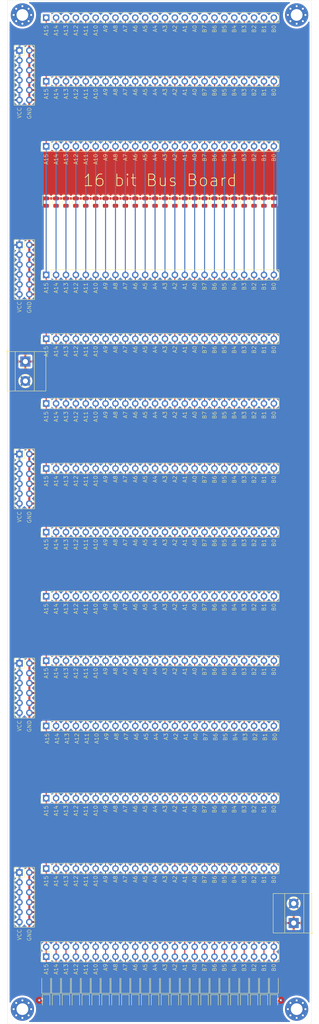
<source format=kicad_pcb>
(kicad_pcb (version 20211014) (generator pcbnew)
  (layers (0 "F.Cu" signal) (31 "B.Cu" signal) (34 "B.Paste" user) (35 "F.Paste" user) (36 "B.SilkS" user "B.Silkscreen") (37 "F.SilkS" user "F.Silkscreen") (38 "B.Mask" user) (39 "F.Mask" user) (44 "Edge.Cuts" user))
  (net 0 "")
  (net 1 "B7")
  (net 2 "B6")
  (net 3 "B5")
  (net 4 "B4")
  (net 5 "B3")
  (net 6 "B2")
  (net 7 "B1")
  (net 8 "B0")
  (net 9 "A15")
  (net 10 "A14")
  (net 11 "A13")
  (net 12 "A12")
  (net 13 "A11")
  (net 14 "A10")
  (net 15 "A9")
  (net 16 "A8")
  (net 17 "A7")
  (net 18 "A6")
  (net 19 "A5")
  (net 20 "A4")
  (net 21 "A3")
  (net 22 "A2")
  (net 23 "A1")
  (net 24 "A0")
  (net 25 "Net-(D1-Pad1)")
  (net 26 "Net-(D2-Pad1)")
  (net 27 "Net-(D3-Pad1)")
  (net 28 "Net-(D4-Pad1)")
  (net 29 "Net-(D5-Pad1)")
  (net 30 "Net-(D6-Pad1)")
  (net 31 "Net-(D7-Pad1)")
  (net 32 "Net-(D8-Pad1)")
  (net 33 "Net-(D9-Pad1)")
  (net 34 "Net-(D10-Pad1)")
  (net 35 "Net-(D11-Pad1)")
  (net 36 "Net-(D12-Pad1)")
  (net 37 "Net-(D13-Pad1)")
  (net 38 "Net-(D14-Pad1)")
  (net 39 "Net-(D15-Pad1)")
  (net 40 "Net-(D16-Pad1)")
  (net 41 "Net-(D17-Pad1)")
  (net 42 "Net-(D18-Pad1)")
  (net 43 "Net-(D19-Pad1)")
  (net 44 "Net-(D20-Pad1)")
  (net 45 "Net-(D21-Pad1)")
  (net 46 "Net-(D22-Pad1)")
  (net 47 "Net-(D23-Pad1)")
  (net 48 "Net-(D24-Pad1)")
  (net 49 "GND")
  (net 50 "VCC")
  (footprint "Connector_PinHeader_2.54mm:PinHeader_1x24_P2.54mm_Vertical" (layer "F.Cu") (at 71.12 240.03 90)
    (fp_text reference "J12" hide)
    (fp_text value "Conn_01x24" hide)
  )
  (footprint "Connector_PinHeader_2.54mm:PinHeader_2x24_P2.54mm_Vertical" (layer "F.Cu") (at 71.12 280.67 90)
    (fp_text reference "J4" hide)
    (fp_text value "Conn_02x24" hide)
  )
  (footprint "Connector_PinHeader_2.54mm:PinHeader_1x24_P2.54mm_Vertical" (layer "F.Cu") (at 71.12 204.756 90)
    (fp_text reference "J5" hide)
    (fp_text value "Conn_01x24" hide)
  )
  (footprint "Connector_PinHeader_2.54mm:PinHeader_1x24_P2.54mm_Vertical" (layer "F.Cu") (at 71.12 171.768 90)
    (fp_text reference "J6" hide)
    (fp_text value "Conn_01x24" hide)
  )
  (footprint "Connector_PinHeader_2.54mm:PinHeader_1x24_P2.54mm_Vertical" (layer "F.Cu") (at 71.12 138.78 90)
    (fp_text reference "J7" hide)
    (fp_text value "Conn_01x24" hide)
  )
  (footprint "Connector_PinHeader_2.54mm:PinHeader_1x24_P2.54mm_Vertical" (layer "F.Cu") (at 71.12 105.792 90)
    (fp_text reference "J8" hide)
    (fp_text value "Conn_01x24" hide)
  )
  (footprint "Connector_PinHeader_2.54mm:PinHeader_1x24_P2.54mm_Vertical" (layer "F.Cu") (at 71.12 72.804 90)
    (fp_text reference "J9" hide)
    (fp_text value "Conn_01x24" hide)
  )
  (footprint "Connector_PinHeader_2.54mm:PinHeader_1x24_P2.54mm_Vertical" (layer "F.Cu") (at 71.12 39.816 90)
    (fp_text reference "J10" hide)
    (fp_text value "Conn_01x24" hide)
  )
  (footprint "MountingHole:MountingHole_3mm_Pad_Via" (layer "F.Cu") (at 65.024 294.132 90)
    (fp_text reference "REF**" hide)
    (fp_text value "'" hide)
  )
  (footprint "LED_SMD:LED_1206_3216Metric" (layer "F.Cu") (at 129.54 287.782 90)
    (fp_text reference "D1" hide)
    (fp_text value "LED" hide)
  )
  (footprint "LED_SMD:LED_0805_2012Metric" (layer "F.Cu") (at 129.54 292.1 -90)
    (fp_text reference "R1" hide)
    (fp_text value "R_Small_US" hide)
  )
  (footprint "LED_SMD:LED_1206_3216Metric" (layer "F.Cu") (at 127 287.782 90)
    (fp_text reference "D2" hide)
    (fp_text value "LED" hide)
  )
  (footprint "LED_SMD:LED_1206_3216Metric" (layer "F.Cu") (at 124.46 287.782 90)
    (fp_text reference "D3" hide)
    (fp_text value "LED" hide)
  )
  (footprint "LED_SMD:LED_1206_3216Metric" (layer "F.Cu") (at 121.92 287.782 90)
    (fp_text reference "D4" hide)
    (fp_text value "LED" hide)
  )
  (footprint "LED_SMD:LED_1206_3216Metric" (layer "F.Cu") (at 119.38 287.782 90)
    (fp_text reference "D5" hide)
    (fp_text value "LED" hide)
  )
  (footprint "LED_SMD:LED_1206_3216Metric" (layer "F.Cu") (at 116.84 287.782 90)
    (fp_text reference "D6" hide)
    (fp_text value "LED" hide)
  )
  (footprint "LED_SMD:LED_1206_3216Metric" (layer "F.Cu") (at 114.3 287.782 90)
    (fp_text reference "D7" hide)
    (fp_text value "LED" hide)
  )
  (footprint "LED_SMD:LED_1206_3216Metric" (layer "F.Cu") (at 111.76 287.782 90)
    (fp_text reference "D8" hide)
    (fp_text value "LED" hide)
  )
  (footprint "LED_SMD:LED_1206_3216Metric" (layer "F.Cu") (at 109.22 287.782 90)
    (fp_text reference "D9" hide)
    (fp_text value "LED" hide)
  )
  (footprint "LED_SMD:LED_1206_3216Metric" (layer "F.Cu") (at 106.68 287.782 90)
    (fp_text reference "D10" hide)
    (fp_text value "LED" hide)
  )
  (footprint "LED_SMD:LED_1206_3216Metric" (layer "F.Cu") (at 104.14 287.782 90)
    (fp_text reference "D11" hide)
    (fp_text value "LED" hide)
  )
  (footprint "LED_SMD:LED_1206_3216Metric" (layer "F.Cu") (at 101.6 287.782 90)
    (fp_text reference "D12" hide)
    (fp_text value "LED" hide)
  )
  (footprint "LED_SMD:LED_1206_3216Metric" (layer "F.Cu") (at 99.06 287.782 90)
    (fp_text reference "D13" hide)
    (fp_text value "LED" hide)
  )
  (footprint "LED_SMD:LED_1206_3216Metric" (layer "F.Cu") (at 96.52 287.782 90)
    (fp_text reference "D14" hide)
    (fp_text value "LED" hide)
  )
  (footprint "LED_SMD:LED_1206_3216Metric" (layer "F.Cu") (at 93.98 287.782 90)
    (fp_text reference "D15" hide)
    (fp_text value "LED" hide)
  )
  (footprint "LED_SMD:LED_1206_3216Metric" (layer "F.Cu") (at 91.44 287.782 90)
    (fp_text reference "D16" hide)
    (fp_text value "LED" hide)
  )
  (footprint "LED_SMD:LED_1206_3216Metric" (layer "F.Cu") (at 88.9 287.782 90)
    (fp_text reference "D17" hide)
    (fp_text value "LED" hide)
  )
  (footprint "LED_SMD:LED_1206_3216Metric" (layer "F.Cu") (at 86.36 287.782 90)
    (fp_text reference "D18" hide)
    (fp_text value "LED" hide)
  )
  (footprint "LED_SMD:LED_1206_3216Metric" (layer "F.Cu") (at 83.82 287.782 90)
    (fp_text reference "D19" hide)
    (fp_text value "LED" hide)
  )
  (footprint "LED_SMD:LED_1206_3216Metric" (layer "F.Cu") (at 81.28 287.782 90)
    (fp_text reference "D20" hide)
    (fp_text value "LED" hide)
  )
  (footprint "LED_SMD:LED_1206_3216Metric" (layer "F.Cu") (at 78.74 287.782 90)
    (fp_text reference "D21" hide)
    (fp_text value "LED" hide)
  )
  (footprint "LED_SMD:LED_1206_3216Metric" (layer "F.Cu") (at 76.2 287.782 90)
    (fp_text reference "D22" hide)
    (fp_text value "LED" hide)
  )
  (footprint "LED_SMD:LED_1206_3216Metric" (layer "F.Cu") (at 73.66 287.782 90)
    (fp_text reference "D23" hide)
    (fp_text value "LED" hide)
  )
  (footprint "LED_SMD:LED_1206_3216Metric" (layer "F.Cu") (at 71.12 287.782 90)
    (fp_text reference "D24" hide)
    (fp_text value "LED" hide)
  )
  (footprint "LED_SMD:LED_0805_2012Metric" (layer "F.Cu") (at 127 292.1 -90)
    (fp_text reference "R2" hide)
    (fp_text value "R_Small_US" hide)
  )
  (footprint "LED_SMD:LED_0805_2012Metric" (layer "F.Cu") (at 124.46 292.1 -90)
    (fp_text reference "R3" hide)
    (fp_text value "R_Small_US" hide)
  )
  (footprint "LED_SMD:LED_0805_2012Metric" (layer "F.Cu") (at 121.92 292.1 -90)
    (fp_text reference "R4" hide)
    (fp_text value "R_Small_US" hide)
  )
  (footprint "LED_SMD:LED_0805_2012Metric" (layer "F.Cu") (at 119.38 292.1 -90)
    (fp_text reference "R5" hide)
    (fp_text value "R_Small_US" hide)
  )
  (footprint "LED_SMD:LED_0805_2012Metric" (layer "F.Cu") (at 116.84 292.1 -90)
    (fp_text reference "R6" hide)
    (fp_text value "R_Small_US" hide)
  )
  (footprint "LED_SMD:LED_0805_2012Metric" (layer "F.Cu") (at 114.3 292.1 -90)
    (fp_text reference "R7" hide)
    (fp_text value "R_Small_US" hide)
  )
  (footprint "LED_SMD:LED_0805_2012Metric" (layer "F.Cu") (at 111.76 292.1 -90)
    (fp_text reference "R8" hide)
    (fp_text value "R_Small_US" hide)
  )
  (footprint "LED_SMD:LED_0805_2012Metric" (layer "F.Cu") (at 109.22 292.1 -90)
    (fp_text reference "R9" hide)
    (fp_text value "R_Small_US" hide)
  )
  (footprint "LED_SMD:LED_0805_2012Metric" (layer "F.Cu") (at 106.68 292.1 -90)
    (fp_text reference "R10" hide)
    (fp_text value "R_Small_US" hide)
  )
  (footprint "LED_SMD:LED_0805_2012Metric" (layer "F.Cu") (at 104.14 292.1 -90)
    (fp_text reference "R11" hide)
    (fp_text value "R_Small_US" hide)
  )
  (footprint "LED_SMD:LED_0805_2012Metric" (layer "F.Cu") (at 101.6 292.1 -90)
    (fp_text reference "R12" hide)
    (fp_text value "R_Small_US" hide)
  )
  (footprint "LED_SMD:LED_0805_2012Metric" (layer "F.Cu") (at 99.06 292.1 -90)
    (fp_text reference "R13" hide)
    (fp_text value "R_Small_US" hide)
  )
  (footprint "LED_SMD:LED_0805_2012Metric" (layer "F.Cu") (at 96.52 292.1 -90)
    (fp_text reference "R14" hide)
    (fp_text value "R_Small_US" hide)
  )
  (footprint "LED_SMD:LED_0805_2012Metric" (layer "F.Cu") (at 93.98 292.1 -90)
    (fp_text reference "R15" hide)
    (fp_text value "R_Small_US" hide)
  )
  (footprint "LED_SMD:LED_0805_2012Metric" (layer "F.Cu") (at 91.44 292.1 -90)
    (fp_text reference "R16" hide)
    (fp_text value "R_Small_US" hide)
  )
  (footprint "LED_SMD:LED_0805_2012Metric" (layer "F.Cu") (at 88.9 292.1 -90)
    (fp_text reference "R17" hide)
    (fp_text value "R_Small_US" hide)
  )
  (footprint "LED_SMD:LED_0805_2012Metric" (layer "F.Cu") (at 86.36 292.1 -90)
    (fp_text reference "R18" hide)
    (fp_text value "R_Small_US" hide)
  )
  (footprint "LED_SMD:LED_0805_2012Metric" (layer "F.Cu") (at 83.82 292.1 -90)
    (fp_text reference "R19" hide)
    (fp_text value "R_Small_US" hide)
  )
  (footprint "LED_SMD:LED_0805_2012Metric" (layer "F.Cu") (at 81.28 292.1 -90)
    (fp_text reference "R20" hide)
    (fp_text value "R_Small_US" hide)
  )
  (footprint "LED_SMD:LED_0805_2012Metric" (layer "F.Cu") (at 78.74 292.1 -90)
    (fp_text reference "R21" hide)
    (fp_text value "R_Small_US" hide)
  )
  (footprint "LED_SMD:LED_0805_2012Metric" (layer "F.Cu") (at 76.2 292.1 -90)
    (fp_text reference "R22" hide)
    (fp_text value "R_Small_US" hide)
  )
  (footprint "LED_SMD:LED_0805_2012Metric" (layer "F.Cu") (at 73.66 292.1 -90)
    (fp_text reference "R23" hide)
    (fp_text value "R_Small_US" hide)
  )
  (footprint "LED_SMD:LED_0805_2012Metric" (layer "F.Cu") (at 71.12 292.1 -90)
    (fp_text reference "R24" hide)
    (fp_text value "R_Small_US" hide)
  )
  (footprint "LED_SMD:LED_0805_2012Metric" (layer "F.Cu") (at 71.12 87.122 -90)
    (fp_text reference "R25" hide)
    (fp_text value "R_Small_US" hide)
  )
  (footprint "LED_SMD:LED_0805_2012Metric" (layer "F.Cu") (at 73.66 87.122 -90)
    (fp_text reference "R26" hide)
    (fp_text value "R_Small_US" hide)
  )
  (footprint "LED_SMD:LED_0805_2012Metric" (layer "F.Cu") (at 76.2 87.122 -90)
    (fp_text reference "R27" hide)
    (fp_text value "R_Small_US" hide)
  )
  (footprint "LED_SMD:LED_0805_2012Metric" (layer "F.Cu") (at 78.74 87.122 -90)
    (fp_text reference "R28" hide)
    (fp_text value "R_Small_US" hide)
  )
  (footprint "LED_SMD:LED_0805_2012Metric" (layer "F.Cu") (at 81.28 87.122 -90)
    (fp_text reference "R29" hide)
    (fp_text value "R_Small_US" hide)
  )
  (footprint "LED_SMD:LED_0805_2012Metric" (layer "F.Cu") (at 83.82 87.122 -90)
    (fp_text reference "R30" hide)
    (fp_text value "R_Small_US" hide)
  )
  (footprint "LED_SMD:LED_0805_2012Metric" (layer "F.Cu") (at 86.36 87.122 -90)
    (fp_text reference "R31" hide)
    (fp_text value "R_Small_US" hide)
  )
  (footprint "LED_SMD:LED_0805_2012Metric" (layer "F.Cu") (at 88.9 87.122 -90)
    (fp_text reference "R32" hide)
    (fp_text value "R_Small_US" hide)
  )
  (footprint "LED_SMD:LED_0805_2012Metric" (layer "F.Cu") (at 91.44 87.122 -90)
    (fp_text reference "R33" hide)
    (fp_text value "R_Small_US" hide)
  )
  (footprint "LED_SMD:LED_0805_2012Metric" (layer "F.Cu") (at 93.98 87.122 -90)
    (fp_text reference "R34" hide)
    (fp_text value "R_Small_US" hide)
  )
  (footprint "LED_SMD:LED_0805_2012Metric" (layer "F.Cu") (at 96.52 87.122 -90)
    (fp_text reference "R35" hide)
    (fp_text value "R_Small_US" hide)
  )
  (footprint "LED_SMD:LED_0805_2012Metric" (layer "F.Cu") (at 99.06 87.122 -90)
    (fp_text reference "R36" hide)
    (fp_text value "R_Small_US" hide)
  )
  (footprint "LED_SMD:LED_0805_2012Metric" (layer "F.Cu") (at 101.6 87.122 -90)
    (fp_text reference "R37" hide)
    (fp_text value "R_Small_US" hide)
  )
  (footprint "LED_SMD:LED_0805_2012Metric" (layer "F.Cu") (at 104.14 87.122 -90)
    (fp_text reference "R38" hide)
    (fp_text value "R_Small_US" hide)
  )
  (footprint "LED_SMD:LED_0805_2012Metric" (layer "F.Cu") (at 106.68 87.122 -90)
    (fp_text reference "R39" hide)
    (fp_text value "R_Small_US" hide)
  )
  (footprint "LED_SMD:LED_0805_2012Metric" (layer "F.Cu") (at 109.22 87.122 -90)
    (fp_text reference "R40" hide)
    (fp_text value "R_Small_US" hide)
  )
  (footprint "LED_SMD:LED_0805_2012Metric" (layer "F.Cu") (at 111.76 87.122 -90)
    (fp_text reference "R41" hide)
    (fp_text value "R_Small_US" hide)
  )
  (footprint "LED_SMD:LED_0805_2012Metric" (layer "F.Cu") (at 114.3 87.122 -90)
    (fp_text reference "R42" hide)
    (fp_text value "R_Small_US" hide)
  )
  (footprint "LED_SMD:LED_0805_2012Metric" (layer "F.Cu") (at 116.84 87.122 -90)
    (fp_text reference "R43" hide)
    (fp_text value "R_Small_US" hide)
  )
  (footprint "LED_SMD:LED_0805_2012Metric" (layer "F.Cu") (at 119.38 87.122 -90)
    (fp_text reference "R44" hide)
    (fp_text value "R_Small_US" hide)
  )
  (footprint "LED_SMD:LED_0805_2012Metric" (layer "F.Cu") (at 121.92 87.122 -90)
    (fp_text reference "R45" hide)
    (fp_text value "R_Small_US" hide)
  )
  (footprint "LED_SMD:LED_0805_2012Metric" (layer "F.Cu") (at 124.46 87.122 -90)
    (fp_text reference "R46" hide)
    (fp_text value "R_Small_US" hide)
  )
  (footprint "LED_SMD:LED_0805_2012Metric" (layer "F.Cu") (at 127 87.122 -90)
    (fp_text reference "R47" hide)
    (fp_text value "R_Small_US" hide)
  )
  (footprint "LED_SMD:LED_0805_2012Metric" (layer "F.Cu") (at 129.54 87.122 -90)
    (fp_text reference "R48" hide)
    (fp_text value "R_Small_US" hide)
  )
  (footprint "Connector_PinHeader_2.54mm:PinHeader_2x06_P2.54mm_Vertical" (layer "F.Cu") (at 64.262 48.223713)
    (fp_text reference "J16" hide)
    (fp_text value "Conn_02x06" hide)
  )
  (footprint "Connector_PinHeader_2.54mm:PinHeader_2x06_P2.54mm_Vertical" (layer "F.Cu") (at 64.262 98.080284)
    (fp_text reference "J20" hide)
    (fp_text value "Conn_02x06" hide)
  )
  (footprint "Connector_PinHeader_2.54mm:PinHeader_2x06_P2.54mm_Vertical" (layer "F.Cu") (at 64.262 151.746855)
    (fp_text reference "J21" hide)
    (fp_text value "Conn_02x06" hide)
  )
  (footprint "Connector_PinHeader_2.54mm:PinHeader_2x06_P2.54mm_Vertical" (layer "F.Cu") (at 64.282 205.413426)
    (fp_text reference "J22" hide)
    (fp_text value "Conn_02x06" hide)
  )
  (footprint "MountingHole:MountingHole_3mm_Pad_Via" (layer "F.Cu") (at 135.382 294.132 90)
    (fp_text reference "REF**" hide)
    (fp_text value "'" hide)
  )
  (footprint "Connector_PinHeader_2.54mm:PinHeader_2x06_P2.54mm_Vertical" (layer "F.Cu") (at 64.262 259.08)
    (fp_text reference "J14" hide)
    (fp_text value "Conn_02x06" hide)
  )
  (footprint "TerminalBlock_Phoenix:TerminalBlock_Phoenix_MKDS-1,5-2_1x02_P5.00mm_Horizontal" (layer "F.Cu") (at 134.62 272.034 90)
    (fp_text reference "J24" hide)
    (fp_text value "Screw_Terminal_01x02")
  )
  (footprint "TerminalBlock_Phoenix:TerminalBlock_Phoenix_MKDS-1,5-2_1x02_P5.00mm_Horizontal" (layer "F.Cu") (at 65.786 128.016 -90)
    (fp_text reference "J25" hide)
    (fp_text value "Screw_Terminal_01x02")
  )
  (footprint "MountingHole:MountingHole_3mm_Pad_Via" (layer "F.Cu") (at 65.024 39.116 90)
    (fp_text reference "REF**" hide)
    (fp_text value "'" hide)
  )
  (footprint "MountingHole:MountingHole_3mm_Pad_Via" (layer "F.Cu") (at 135.382 39.116 90)
    (fp_text reference "REF**" hide)
    (fp_text value "'" hide)
  )
  (footprint "Connector_PinHeader_2.54mm:PinHeader_1x24_P2.54mm_Vertical" (layer "F.Cu") (at 71.12 155.448 90)
    (fp_text reference "J1" hide)
    (fp_text value "Conn_01x24")
  )
  (footprint "Connector_PinHeader_2.54mm:PinHeader_1x24_P2.54mm_Vertical" (layer "F.Cu") (at 71.12 188.214 90)
    (fp_text reference "J2" hide)
    (fp_text value "Conn_01x24")
  )
  (footprint "Connector_PinHeader_2.54mm:PinHeader_1x24_P2.54mm_Vertical" (layer "F.Cu") (at 71.12 258.064 90)
    (fp_text reference "J3" hide)
    (fp_text value "Conn_01x24")
  )
  (footprint "Connector_PinHeader_2.54mm:PinHeader_1x24_P2.54mm_Vertical" (layer "F.Cu") (at 71.12 221.488 90)
    (fp_text reference "J11" hide)
    (fp_text value "Conn_01x24")
  )
  (footprint "Connector_PinHeader_2.54mm:PinHeader_1x24_P2.54mm_Vertical" (layer "F.Cu") (at 71.12 122.174 90)
    (fp_text reference "J13" hide)
    (fp_text value "Conn_01x24")
  )
  (footprint "Connector_PinHeader_2.54mm:PinHeader_1x24_P2.54mm_Vertical" (layer "F.Cu") (at 71.12 56.134 90)
    (fp_text reference "J15" hide)
    (fp_text value "Conn_01x24")
  )
  (gr_line (start 61.722 35.306) (end 61.214 35.306) (layer "Edge.Cuts") (width 0.05))
  (gr_line (start 61.214 297.688) (end 61.214 35.306) (layer "Edge.Cuts") (width 0.05))
  (gr_line (start 139.192 297.942) (end 139.192 35.306) (layer "Edge.Cuts") (width 0.05))
  (gr_line (start 64.262 35.306) (end 61.722 35.306) (layer "Edge.Cuts") (width 0.05))
  (gr_line (start 61.214 297.942) (end 139.192 297.942) (layer "Edge.Cuts") (width 0.05))
  (gr_line (start 61.214 297.688) (end 61.214 297.942) (layer "Edge.Cuts") (width 0.05))
  (gr_line (start 139.192 35.306) (end 64.262 35.306) (layer "Edge.Cuts") (width 0.05))
  (gr_text "A15" (at 71.12 241.808 90) (layer "F.SilkS") (effects (font (size 1 1) (thickness 0.1)) (justify right)))
  (gr_text "A14" (at 73.66 241.808 90) (layer "F.SilkS") (effects (font (size 1 1) (thickness 0.1)) (justify right)))
  (gr_text "A13" (at 76.2 241.808 90) (layer "F.SilkS") (effects (font (size 1 1) (thickness 0.1)) (justify right)))
  (gr_text "A12" (at 78.74 241.808 90) (layer "F.SilkS") (effects (font (size 1 1) (thickness 0.1)) (justify right)))
  (gr_text "A11" (at 81.28 241.808 90) (layer "F.SilkS") (effects (font (size 1 1) (thickness 0.1)) (justify right)))
  (gr_text "A10" (at 83.82 241.808 90) (layer "F.SilkS") (effects (font (size 1 1) (thickness 0.1)) (justify right)))
  (gr_text "A9" (at 86.36 241.808 90) (layer "F.SilkS") (effects (font (size 1 1) (thickness 0.1)) (justify right)))
  (gr_text "A8" (at 88.9 241.808 90) (layer "F.SilkS") (effects (font (size 1 1) (thickness 0.1)) (justify right)))
  (gr_text "A7" (at 91.44 241.808 90) (layer "F.SilkS") (effects (font (size 1 1) (thickness 0.1)) (justify right)))
  (gr_text "A6" (at 93.98 241.808 90) (layer "F.SilkS") (effects (font (size 1 1) (thickness 0.1)) (justify right)))
  (gr_text "A5" (at 96.52 241.808 90) (layer "F.SilkS") (effects (font (size 1 1) (thickness 0.1)) (justify right)))
  (gr_text "A4" (at 99.06 241.808 90) (layer "F.SilkS") (effects (font (size 1 1) (thickness 0.1)) (justify right)))
  (gr_text "A3" (at 101.6 241.808 90) (layer "F.SilkS") (effects (font (size 1 1) (thickness 0.1)) (justify right)))
  (gr_text "A2" (at 104.14 241.808 90) (layer "F.SilkS") (effects (font (size 1 1) (thickness 0.1)) (justify right)))
  (gr_text "A1" (at 106.68 241.808 90) (layer "F.SilkS") (effects (font (size 1 1) (thickness 0.1)) (justify right)))
  (gr_text "A0" (at 109.22 241.808 90) (layer "F.SilkS") (effects (font (size 1 1) (thickness 0.1)) (justify right)))
  (gr_text "B7" (at 111.76 241.808 90) (layer "F.SilkS") (effects (font (size 1 1) (thickness 0.1)) (justify right)))
  (gr_text "B6" (at 114.3 241.808 90) (layer "F.SilkS") (effects (font (size 1 1) (thickness 0.1)) (justify right)))
  (gr_text "B5" (at 116.84 241.808 90) (layer "F.SilkS") (effects (font (size 1 1) (thickness 0.1)) (justify right)))
  (gr_text "B4" (at 119.38 241.808 90) (layer "F.SilkS") (effects (font (size 1 1) (thickness 0.1)) (justify right)))
  (gr_text "B3" (at 121.92 241.808 90) (layer "F.SilkS") (effects (font (size 1 1) (thickness 0.1)) (justify right)))
  (gr_text "B2" (at 124.46 241.808 90) (layer "F.SilkS") (effects (font (size 1 1) (thickness 0.1)) (justify right)))
  (gr_text "B1" (at 127 241.808 90) (layer "F.SilkS") (effects (font (size 1 1) (thickness 0.1)) (justify right)))
  (gr_text "B0" (at 129.54 241.808 90) (layer "F.SilkS") (effects (font (size 1 1) (thickness 0.1)) (justify right)))
  (gr_text "A15" (at 71.12 282.448 90) (layer "F.SilkS") (effects (font (size 1 1) (thickness 0.1)) (justify right)))
  (gr_text "A12" (at 78.74 282.448 90) (layer "F.SilkS") (effects (font (size 1 1) (thickness 0.1)) (justify right)))
  (gr_text "A9" (at 86.36 282.448 90) (layer "F.SilkS") (effects (font (size 1 1) (thickness 0.1)) (justify right)))
  (gr_text "B7" (at 111.76 282.448 90) (layer "F.SilkS") (effects (font (size 1 1) (thickness 0.1)) (justify right)))
  (gr_text "B5" (at 116.84 282.448 90) (layer "F.SilkS") (effects (font (size 1 1) (thickness 0.1)) (justify right)))
  (gr_text "B4" (at 119.38 282.448 90) (layer "F.SilkS") (effects (font (size 1 1) (thickness 0.1)) (justify right)))
  (gr_text "A5" (at 96.52 282.448 90) (layer "F.SilkS") (effects (font (size 1 1) (thickness 0.1)) (justify right)))
  (gr_text "A4" (at 99.06 282.448 90) (layer "F.SilkS") (effects (font (size 1 1) (thickness 0.1)) (justify right)))
  (gr_text "B1" (at 127 282.448 90) (layer "F.SilkS") (effects (font (size 1 1) (thickness 0.1)) (justify right)))
  (gr_text "B0" (at 129.54 282.448 90) (layer "F.SilkS") (effects (font (size 1 1) (thickness 0.1)) (justify right)))
  (gr_text "A3" (at 101.6 282.448 90) (layer "F.SilkS") (effects (font (size 1 1) (thickness 0.1)) (justify right)))
  (gr_text "A2" (at 104.14 282.448 90) (layer "F.SilkS") (effects (font (size 1 1) (thickness 0.1)) (justify right)))
  (gr_text "A0" (at 109.22 282.448 90) (layer "F.SilkS") (effects (font (size 1 1) (thickness 0.1)) (justify right)))
  (gr_text "B3" (at 121.92 282.448 90) (layer "F.SilkS") (effects (font (size 1 1) (thickness 0.1)) (justify right)))
  (gr_text "A1" (at 106.68 282.448 90) (layer "F.SilkS") (effects (font (size 1 1) (thickness 0.1)) (justify right)))
  (gr_text "A8" (at 88.9 282.448 90) (layer "F.SilkS") (effects (font (size 1 1) (thickness 0.1)) (justify right)))
  (gr_text "B6" (at 114.3 282.448 90) (layer "F.SilkS") (effects (font (size 1 1) (thickness 0.1)) (justify right)))
  (gr_text "A7" (at 91.44 282.448 90) (layer "F.SilkS") (effects (font (size 1 1) (thickness 0.1)) (justify right)))
  (gr_text "A6" (at 93.98 282.448 90) (layer "F.SilkS") (effects (font (size 1 1) (thickness 0.1)) (justify right)))
  (gr_text "A10" (at 83.82 282.448 90) (layer "F.SilkS") (effects (font (size 1 1) (thickness 0.1)) (justify right)))
  (gr_text "A11" (at 81.28 282.448 90) (layer "F.SilkS") (effects (font (size 1 1) (thickness 0.1)) (justify right)))
  (gr_text "B2" (at 124.46 282.448 90) (layer "F.SilkS") (effects (font (size 1 1) (thickness 0.1)) (justify right)))
  (gr_text "A13" (at 76.2 282.448 90) (layer "F.SilkS") (effects (font (size 1 1) (thickness 0.1)) (justify right)))
  (gr_text "A14" (at 73.66 282.448 90) (layer "F.SilkS") (effects (font (size 1 1) (thickness 0.1)) (justify right)))
  (gr_text "A15" (at 71.12 206.502 90) (layer "F.SilkS") (effects (font (size 1 1) (thickness 0.1)) (justify right)))
  (gr_text "A12" (at 78.74 206.502 90) (layer "F.SilkS") (effects (font (size 1 1) (thickness 0.1)) (justify right)))
  (gr_text "A9" (at 86.36 206.502 90) (layer "F.SilkS") (effects (font (size 1 1) (thickness 0.1)) (justify right)))
  (gr_text "B7" (at 111.76 206.502 90) (layer "F.SilkS") (effects (font (size 1 1) (thickness 0.1)) (justify right)))
  (gr_text "B5" (at 116.84 206.502 90) (layer "F.SilkS") (effects (font (size 1 1) (thickness 0.1)) (justify right)))
  (gr_text "B4" (at 119.38 206.502 90) (layer "F.SilkS") (effects (font (size 1 1) (thickness 0.1)) (justify right)))
  (gr_text "A5" (at 96.52 206.502 90) (layer "F.SilkS") (effects (font (size 1 1) (thickness 0.1)) (justify right)))
  (gr_text "A4" (at 99.06 206.502 90) (layer "F.SilkS") (effects (font (size 1 1) (thickness 0.1)) (justify right)))
  (gr_text "B1" (at 127 206.502 90) (layer "F.SilkS") (effects (font (size 1 1) (thickness 0.1)) (justify right)))
  (gr_text "B0" (at 129.54 206.502 90) (layer "F.SilkS") (effects (font (size 1 1) (thickness 0.1)) (justify right)))
  (gr_text "A3" (at 101.6 206.502 90) (layer "F.SilkS") (effects (font (size 1 1) (thickness 0.1)) (justify right)))
  (gr_text "A2" (at 104.14 206.502 90) (layer "F.SilkS") (effects (font (size 1 1) (thickness 0.1)) (justify right)))
  (gr_text "A0" (at 109.22 206.502 90) (layer "F.SilkS") (effects (font (size 1 1) (thickness 0.1)) (justify right)))
  (gr_text "B3" (at 121.92 206.502 90) (layer "F.SilkS") (effects (font (size 1 1) (thickness 0.1)) (justify right)))
  (gr_text "A1" (at 106.68 206.502 90) (layer "F.SilkS") (effects (font (size 1 1) (thickness 0.1)) (justify right)))
  (gr_text "A8" (at 88.9 206.502 90) (layer "F.SilkS") (effects (font (size 1 1) (thickness 0.1)) (justify right)))
  (gr_text "B6" (at 114.3 206.502 90) (layer "F.SilkS") (effects (font (size 1 1) (thickness 0.1)) (justify right)))
  (gr_text "A7" (at 91.44 206.502 90) (layer "F.SilkS") (effects (font (size 1 1) (thickness 0.1)) (justify right)))
  (gr_text "A6" (at 93.98 206.502 90) (layer "F.SilkS") (effects (font (size 1 1) (thickness 0.1)) (justify right)))
  (gr_text "A10" (at 83.82 206.502 90) (layer "F.SilkS") (effects (font (size 1 1) (thickness 0.1)) (justify right)))
  (gr_text "A11" (at 81.28 206.502 90) (layer "F.SilkS") (effects (font (size 1 1) (thickness 0.1)) (justify right)))
  (gr_text "B2" (at 124.46 206.502 90) (layer "F.SilkS") (effects (font (size 1 1) (thickness 0.1)) (justify right)))
  (gr_text "A13" (at 76.2 206.502 90) (layer "F.SilkS") (effects (font (size 1 1) (thickness 0.1)) (justify right)))
  (gr_text "A14" (at 73.66 206.502 90) (layer "F.SilkS") (effects (font (size 1 1) (thickness 0.1)) (justify right)))
  (gr_text "B1" (at 127 173.482 90) (layer "F.SilkS") (effects (font (size 1 1) (thickness 0.1)) (justify right)))
  (gr_text "A5" (at 96.52 173.482 90) (layer "F.SilkS") (effects (font (size 1 1) (thickness 0.1)) (justify right)))
  (gr_text "A8" (at 88.9 173.482 90) (layer "F.SilkS") (effects (font (size 1 1) (thickness 0.1)) (justify right)))
  (gr_text "B6" (at 114.3 173.482 90) (layer "F.SilkS") (effects (font (size 1 1) (thickness 0.1)) (justify right)))
  (gr_text "A0" (at 109.22 173.482 90) (layer "F.SilkS") (effects (font (size 1 1) (thickness 0.1)) (justify right)))
  (gr_text "A2" (at 104.14 173.482 90) (layer "F.SilkS") (effects (font (size 1 1) (thickness 0.1)) (justify right)))
  (gr_text "B3" (at 121.92 173.482 90) (layer "F.SilkS") (effects (font (size 1 1) (thickness 0.1)) (justify right)))
  (gr_text "A1" (at 106.68 173.482 90) (layer "F.SilkS") (effects (font (size 1 1) (thickness 0.1)) (justify right)))
  (gr_text "B7" (at 111.76 173.482 90) (layer "F.SilkS") (effects (font (size 1 1) (thickness 0.1)) (justify right)))
  (gr_text "A12" (at 78.74 173.482 90) (layer "F.SilkS") (effects (font (size 1 1) (thickness 0.1)) (justify right)))
  (gr_text "A7" (at 91.44 173.482 90) (layer "F.SilkS") (effects (font (size 1 1) (thickness 0.1)) (justify right)))
  (gr_text "A6" (at 93.98 173.482 90) (layer "F.SilkS") (effects (font (size 1 1) (thickness 0.1)) (justify right)))
  (gr_text "A10" (at 83.82 173.482 90) (layer "F.SilkS") (effects (font (size 1 1) (thickness 0.1)) (justify right)))
  (gr_text "A14" (at 73.66 173.482 90) (layer "F.SilkS") (effects (font (size 1 1) (thickness 0.1)) (justify right)))
  (gr_text "A13" (at 76.2 173.482 90) (layer "F.SilkS") (effects (font (size 1 1) (thickness 0.1)) (justify right)))
  (gr_text "B2" (at 124.46 173.482 90) (layer "F.SilkS") (effects (font (size 1 1) (thickness 0.1)) (justify right)))
  (gr_text "A11" (at 81.28 173.482 90) (layer "F.SilkS") (effects (font (size 1 1) (thickness 0.1)) (justify right)))
  (gr_text "A3" (at 101.6 173.482 90) (layer "F.SilkS") (effects (font (size 1 1) (thickness 0.1)) (justify right)))
  (gr_text "B0" (at 129.54 173.482 90) (layer "F.SilkS") (effects (font (size 1 1) (thickness 0.1)) (justify right)))
  (gr_text "A4" (at 99.06 173.482 90) (layer "F.SilkS") (effects (font (size 1 1) (thickness 0.1)) (justify right)))
  (gr_text "B5" (at 116.84 173.482 90) (layer "F.SilkS") (effects (font (size 1 1) (thickness 0.1)) (justify right)))
  (gr_text "A9" (at 86.36 173.482 90) (layer "F.SilkS") (effects (font (size 1 1) (thickness 0.1)) (justify right)))
  (gr_text "B4" (at 119.38 173.482 90) (layer "F.SilkS") (effects (font (size 1 1) (thickness 0.1)) (justify right)))
  (gr_text "A15" (at 71.12 173.482 90) (layer "F.SilkS") (effects (font (size 1 1) (thickness 0.1)) (justify right)))
  (gr_text "B1" (at 127 140.716 90) (layer "F.SilkS") (effects (font (size 1 1) (thickness 0.1)) (justify right)))
  (gr_text "A8" (at 88.9 140.716 90) (layer "F.SilkS") (effects (font (size 1 1) (thickness 0.1)) (justify right)))
  (gr_text "A3" (at 101.6 140.716 90) (layer "F.SilkS") (effects (font (size 1 1) (thickness 0.1)) (justify right)))
  (gr_text "A7" (at 91.44 140.716 90) (layer "F.SilkS") (effects (font (size 1 1) (thickness 0.1)) (justify right)))
  (gr_text "A5" (at 96.52 140.716 90) (layer "F.SilkS") (effects (font (size 1 1) (thickness 0.1)) (justify right)))
  (gr_text "B3" (at 121.92 140.716 90) (layer "F.SilkS") (effects (font (size 1 1) (thickness 0.1)) (justify right)))
  (gr_text "A1" (at 106.68 140.716 90) (layer "F.SilkS") (effects (font (size 1 1) (thickness 0.1)) (justify right)))
  (gr_text "A2" (at 104.14 140.716 90) (layer "F.SilkS") (effects (font (size 1 1) (thickness 0.1)) (justify right)))
  (gr_text "B7" (at 111.76 140.716 90) (layer "F.SilkS") (effects (font (size 1 1) (thickness 0.1)) (justify right)))
  (gr_text "B6" (at 114.3 140.716 90) (layer "F.SilkS") (effects (font (size 1 1) (thickness 0.1)) (justify right)))
  (gr_text "A12" (at 78.74 140.716 90) (layer "F.SilkS") (effects (font (size 1 1) (thickness 0.1)) (justify right)))
  (gr_text "A0" (at 109.22 140.716 90) (layer "F.SilkS") (effects (font (size 1 1) (thickness 0.1)) (justify right)))
  (gr_text "B0" (at 129.54 140.716 90) (layer "F.SilkS") (effects (font (size 1 1) (thickness 0.1)) (justify right)))
  (gr_text "A4" (at 99.06 140.716 90) (layer "F.SilkS") (effects (font (size 1 1) (thickness 0.1)) (justify right)))
  (gr_text "B5" (at 116.84 140.716 90) (layer "F.SilkS") (effects (font (size 1 1) (thickness 0.1)) (justify right)))
  (gr_text "A9" (at 86.36 140.716 90) (layer "F.SilkS") (effects (font (size 1 1) (thickness 0.1)) (justify right)))
  (gr_text "A10" (at 83.82 140.716 90) (layer "F.SilkS") (effects (font (size 1 1) (thickness 0.1)) (justify right)))
  (gr_text "A14" (at 73.66 140.716 90) (layer "F.SilkS") (effects (font (size 1 1) (thickness 0.1)) (justify right)))
  (gr_text "A13" (at 76.2 140.716 90) (layer "F.SilkS") (effects (font (size 1 1) (thickness 0.1)) (justify right)))
  (gr_text "A6" (at 93.98 140.716 90) (layer "F.SilkS") (effects (font (size 1 1) (thickness 0.1)) (justify right)))
  (gr_text "A15" (at 71.12 140.716 90) (layer "F.SilkS") (effects (font (size 1 1) (thickness 0.1)) (justify right)))
  (gr_text "B4" (at 119.38 140.716 90) (layer "F.SilkS") (effects (font (size 1 1) (thickness 0.1)) (justify right)))
  (gr_text "B2" (at 124.46 140.716 90) (layer "F.SilkS") (effects (font (size 1 1) (thickness 0.1)) (justify right)))
  (gr_text "A11" (at 81.28 140.716 90) (layer "F.SilkS") (effects (font (size 1 1) (thickness 0.1)) (justify right)))
  (gr_text "A5" (at 96.52 107.696 90) (layer "F.SilkS") (effects (font (size 1 1) (thickness 0.1)) (justify right)))
  (gr_text "B1" (at 127 107.696 90) (layer "F.SilkS") (effects (font (size 1 1) (thickness 0.1)) (justify right)))
  (gr_text "B3" (at 121.92 107.696 90) (layer "F.SilkS") (effects (font (size 1 1) (thickness 0.1)) (justify right)))
  (gr_text "A2" (at 104.14 107.696 90) (layer "F.SilkS") (effects (font (size 1 1) (thickness 0.1)) (justify right)))
  (gr_text "A0" (at 109.22 107.696 90) (layer "F.SilkS") (effects (font (size 1 1) (thickness 0.1)) (justify right)))
  (gr_text "B0" (at 129.54 107.696 90) (layer "F.SilkS") (effects (font (size 1 1) (thickness 0.1)) (justify right)))
  (gr_text "B5" (at 116.84 107.696 90) (layer "F.SilkS") (effects (font (size 1 1) (thickness 0.1)) (justify right)))
  (gr_text "A8" (at 88.9 107.696 90) (layer "F.SilkS") (effects (font (size 1 1) (thickness 0.1)) (justify right)))
  (gr_text "A6" (at 93.98 107.696 90) (layer "F.SilkS") (effects (font (size 1 1) (thickness 0.1)) (justify right)))
  (gr_text "A3" (at 101.6 107.696 90) (layer "F.SilkS") (effects (font (size 1 1) (thickness 0.1)) (justify right)))
  (gr_text "A15" (at 71.12 107.696 90) (layer "F.SilkS") (effects (font (size 1 1) (thickness 0.1)) (justify right)))
  (gr_text "A12" (at 78.74 107.696 90) (layer "F.SilkS") (effects (font (size 1 1) (thickness 0.1)) (justify right)))
  (gr_text "A13" (at 76.2 107.696 90) (layer "F.SilkS") (effects (font (size 1 1) (thickness 0.1)) (justify right)))
  (gr_text "A11" (at 81.28 107.696 90) (layer "F.SilkS") (effects (font (size 1 1) (thickness 0.1)) (justify right)))
  (gr_text "B4" (at 119.38 107.696 90) (layer "F.SilkS") (effects (font (size 1 1) (thickness 0.1)) (justify right)))
  (gr_text "A7" (at 91.44 107.696 90) (layer "F.SilkS") (effects (font (size 1 1) (thickness 0.1)) (justify right)))
  (gr_text "A9" (at 86.36 107.696 90) (layer "F.SilkS") (effects (font (size 1 1) (thickness 0.1)) (justify right)))
  (gr_text "A10" (at 83.82 107.696 90) (layer "F.SilkS") (effects (font (size 1 1) (thickness 0.1)) (justify right)))
  (gr_text "A14" (at 73.66 107.696 90) (layer "F.SilkS") (effects (font (size 1 1) (thickness 0.1)) (justify right)))
  (gr_text "B6" (at 114.3 107.696 90) (layer "F.SilkS") (effects (font (size 1 1) (thickness 0.1)) (justify right)))
  (gr_text "A4" (at 99.06 107.696 90) (layer "F.SilkS") (effects (font (size 1 1) (thickness 0.1)) (justify right)))
  (gr_text "B7" (at 111.76 107.696 90) (layer "F.SilkS") (effects (font (size 1 1) (thickness 0.1)) (justify right)))
  (gr_text "A1" (at 106.68 107.696 90) (layer "F.SilkS") (effects (font (size 1 1) (thickness 0.1)) (justify right)))
  (gr_text "B2" (at 124.46 107.696 90) (layer "F.SilkS") (effects (font (size 1 1) (thickness 0.1)) (justify right)))
  (gr_text "B5" (at 116.84 74.676 90) (layer "F.SilkS") (effects (font (size 1 1) (thickness 0.1)) (justify right)))
  (gr_text "B1" (at 127 74.676 90) (layer "F.SilkS") (effects (font (size 1 1) (thickness 0.1)) (justify right)))
  (gr_text "A9" (at 86.36 74.676 90) (layer "F.SilkS") (effects (font (size 1 1) (thickness 0.1)) (justify right)))
  (gr_text "A3" (at 101.6 74.676 90) (layer "F.SilkS") (effects (font (size 1 1) (thickness 0.1)) (justify right)))
  (gr_text "B3" (at 121.92 74.676 90) (layer "F.SilkS") (effects (font (size 1 1) (thickness 0.1)) (justify right)))
  (gr_text "A4" (at 99.06 74.676 90) (layer "F.SilkS") (effects (font (size 1 1) (thickness 0.1)) (justify right)))
  (gr_text "B7" (at 111.76 74.676 90) (layer "F.SilkS") (effects (font (size 1 1) (thickness 0.1)) (justify right)))
  (gr_text "B0" (at 129.54 74.676 90) (layer "F.SilkS") (effects (font (size 1 1) (thickness 0.1)) (justify right)))
  (gr_text "A5" (at 96.52 74.676 90) (layer "F.SilkS") (effects (font (size 1 1) (thickness 0.1)) (justify right)))
  (gr_text "A0" (at 109.22 74.676 90) (layer "F.SilkS") (effects (font (size 1 1) (thickness 0.1)) (justify right)))
  (gr_text "A13" (at 76.2 74.676 90) (layer "F.SilkS") (effects (font (size 1 1) (thickness 0.1)) (justify right)))
  (gr_text "A14" (at 73.66 74.676 90) (layer "F.SilkS") (effects (font (size 1 1) (thickness 0.1)) (justify right)))
  (gr_text "A12" (at 78.74 74.676 90) (layer "F.SilkS") (effects (font (size 1 1) (thickness 0.1)) (justify right)))
  (gr_text "A15" (at 71.12 74.676 90) (layer "F.SilkS") (effects (font (size 1 1) (thickness 0.1)) (justify right)))
  (gr_text "B6" (at 114.3 74.676 90) (layer "F.SilkS") (effects (font (size 1 1) (thickness 0.1)) (justify right)))
  (gr_text "A10" (at 83.82 74.676 90) (layer "F.SilkS") (effects (font (size 1 1) (thickness 0.1)) (justify right)))
  (gr_text "B4" (at 119.38 74.676 90) (layer "F.SilkS") (effects (font (size 1 1) (thickness 0.1)) (justify right)))
  (gr_text "A11" (at 81.28 74.676 90) (layer "F.SilkS") (effects (font (size 1 1) (thickness 0.1)) (justify right)))
  (gr_text "A7" (at 91.44 74.676 90) (layer "F.SilkS") (effects (font (size 1 1) (thickness 0.1)) (justify right)))
  (gr_text "A8" (at 88.9 74.676 90) (layer "F.SilkS") (effects (font (size 1 1) (thickness 0.1)) (justify right)))
  (gr_text "A6" (at 93.98 74.676 90) (layer "F.SilkS") (effects (font (size 1 1) (thickness 0.1)) (justify right)))
  (gr_text "A2" (at 104.14 74.676 90) (layer "F.SilkS") (effects (font (size 1 1) (thickness 0.1)) (justify right)))
  (gr_text "B2" (at 124.46 74.676 90) (layer "F.SilkS") (effects (font (size 1 1) (thickness 0.1)) (justify right)))
  (gr_text "A1" (at 106.68 74.676 90) (layer "F.SilkS") (effects (font (size 1 1) (thickness 0.1)) (justify right)))
  (gr_text "B2" (at 124.46 41.656 90) (layer "F.SilkS") (effects (font (size 1 1) (thickness 0.1)) (justify right)))
  (gr_text "B3" (at 121.92 41.656 90) (layer "F.SilkS") (effects (font (size 1 1) (thickness 0.1)) (justify right)))
  (gr_text "A5" (at 96.52 41.656 90) (layer "F.SilkS") (effects (font (size 1 1) (thickness 0.1)) (justify right)))
  (gr_text "A0" (at 109.22 41.656 90) (layer "F.SilkS") (effects (font (size 1 1) (thickness 0.1)) (justify right)))
  (gr_text "A6" (at 93.98 41.656 90) (layer "F.SilkS") (effects (font (size 1 1) (thickness 0.1)) (justify right)))
  (gr_text "B4" (at 119.38 41.656 90) (layer "F.SilkS") (effects (font (size 1 1) (thickness 0.1)) (justify right)))
  (gr_text "A4" (at 99.06 41.656 90) (layer "F.SilkS") (effects (font (size 1 1) (thickness 0.1)) (justify right)))
  (gr_text "A15" (at 71.12 41.656 90) (layer "F.SilkS") (effects (font (size 1 1) (thickness 0.1)) (justify right)))
  (gr_text "B6" (at 114.3 41.656 90) (layer "F.SilkS") (effects (font (size 1 1) (thickness 0.1)) (justify right)))
  (gr_text "A12" (at 78.74 41.656 90) (layer "F.SilkS") (effects (font (size 1 1) (thickness 0.1)) (justify right)))
  (gr_text "A3" (at 101.6 41.656 90) (layer "F.SilkS") (effects (font (size 1 1) (thickness 0.1)) (justify right)))
  (gr_text "A9" (at 86.36 41.656 90) (layer "F.SilkS") (effects (font (size 1 1) (thickness 0.1)) (justify right)))
  (gr_text "A7" (at 91.44 41.656 90) (layer "F.SilkS") (effects (font (size 1 1) (thickness 0.1)) (justify right)))
  (gr_text "B7" (at 111.76 41.656 90) (layer "F.SilkS") (effects (font (size 1 1) (thickness 0.1)) (justify right)))
  (gr_text "B0" (at 129.54 41.656 90) (layer "F.SilkS") (effects (font (size 1 1) (thickness 0.1)) (justify right)))
  (gr_text "A14" (at 73.66 41.656 90) (layer "F.SilkS") (effects (font (size 1 1) (thickness 0.1)) (justify right)))
  (gr_text "B1" (at 127 41.656 90) (layer "F.SilkS") (effects (font (size 1 1) (thickness 0.1)) (justify right)))
  (gr_text "A8" (at 88.9 41.656 90) (layer "F.SilkS") (effects (font (size 1 1) (thickness 0.1)) (justify right)))
  (gr_text "A11" (at 81.28 41.656 90) (layer "F.SilkS") (effects (font (size 1 1) (thickness 0.1)) (justify right)))
  (gr_text "A2" (at 104.14 41.656 90) (layer "F.SilkS") (effects (font (size 1 1) (thickness 0.1)) (justify right)))
  (gr_text "A13" (at 76.2 41.656 90) (layer "F.SilkS") (effects (font (size 1 1) (thickness 0.1)) (justify right)))
  (gr_text "A10" (at 83.82 41.656 90) (layer "F.SilkS") (effects (font (size 1 1) (thickness 0.1)) (justify right)))
  (gr_text "A1" (at 106.68 41.656 90) (layer "F.SilkS") (effects (font (size 1 1) (thickness 0.1)) (justify right)))
  (gr_text "B5" (at 116.84 41.656 90) (layer "F.SilkS") (effects (font (size 1 1) (thickness 0.1)) (justify right)))
  (gr_text "16 bit Bus Board" (at 100.33 81.534) (layer "F.SilkS") (effects (font (size 3 3) (thickness 0.2))))
  (gr_text "GND" (at 66.802 62.738 90) (layer "F.SilkS") (effects (font (size 1 1) (thickness 0.1)) (justify right)))
  (gr_text "VCC" (at 64.262 62.738 90) (layer "F.SilkS") (effects (font (size 1 1) (thickness 0.1)) (justify right)))
  (gr_text "GND" (at 66.802 112.522 90) (layer "F.SilkS") (effects (font (size 1 1) (thickness 0.1)) (justify right)))
  (gr_text "VCC" (at 64.262 112.522 90) (layer "F.SilkS") (effects (font (size 1 1) (thickness 0.1)) (justify right)))
  (gr_text "GND" (at 66.802 166.37 90) (layer "F.SilkS") (effects (font (size 1 1) (thickness 0.1)) (justify right)))
  (gr_text "VCC" (at 64.262 166.37 90) (layer "F.SilkS") (effects (font (size 1 1) (thickness 0.1)) (justify right)))
  (gr_text "GND" (at 66.802 219.964 90) (layer "F.SilkS") (effects (font (size 1 1) (thickness 0.1)) (justify right)))
  (gr_text "VCC" (at 64.262 219.964 90) (layer "F.SilkS") (effects (font (size 1 1) (thickness 0.1)) (justify right)))
  (gr_text "VCC" (at 64.262 273.558 90) (layer "F.SilkS") (effects (font (size 1 1) (thickness 0.1)) (justify right)))
  (gr_text "GND" (at 66.802 273.558 90) (layer "F.SilkS") (effects (font (size 1 1) (thickness 0.1)) (justify right)))
  (gr_text "B0" (at 129.54 259.842 90) (layer "F.SilkS") (effects (font (size 1 1) (thickness 0.1)) (justify right)))
  (gr_text "B1" (at 127 259.842 90) (layer "F.SilkS") (effects (font (size 1 1) (thickness 0.1)) (justify right)))
  (gr_text "B2" (at 124.46 259.842 90) (layer "F.SilkS") (effects (font (size 1 1) (thickness 0.1)) (justify right)))
  (gr_text "B3" (at 121.92 259.842 90) (layer "F.SilkS") (effects (font (size 1 1) (thickness 0.1)) (justify right)))
  (gr_text "B4" (at 119.38 259.842 90) (layer "F.SilkS") (effects (font (size 1 1) (thickness 0.1)) (justify right)))
  (gr_text "B5" (at 116.84 259.842 90) (layer "F.SilkS") (effects (font (size 1 1) (thickness 0.1)) (justify right)))
  (gr_text "B6" (at 114.3 259.842 90) (layer "F.SilkS") (effects (font (size 1 1) (thickness 0.1)) (justify right)))
  (gr_text "B7" (at 111.76 259.842 90) (layer "F.SilkS") (effects (font (size 1 1) (thickness 0.1)) (justify right)))
  (gr_text "A0" (at 109.22 259.842 90) (layer "F.SilkS") (effects (font (size 1 1) (thickness 0.1)) (justify right)))
  (gr_text "A1" (at 106.68 259.842 90) (layer "F.SilkS") (effects (font (size 1 1) (thickness 0.1)) (justify right)))
  (gr_text "A2" (at 104.14 259.842 90) (layer "F.SilkS") (effects (font (size 1 1) (thickness 0.1)) (justify right)))
  (gr_text "A3" (at 101.6 259.842 90) (layer "F.SilkS") (effects (font (size 1 1) (thickness 0.1)) (justify right)))
  (gr_text "A4" (at 99.06 259.842 90) (layer "F.SilkS") (effects (font (size 1 1) (thickness 0.1)) (justify right)))
  (gr_text "A5" (at 96.52 259.842 90) (layer "F.SilkS") (effects (font (size 1 1) (thickness 0.1)) (justify right)))
  (gr_text "A6" (at 93.98 259.842 90) (layer "F.SilkS") (effects (font (size 1 1) (thickness 0.1)) (justify right)))
  (gr_text "A7" (at 91.44 259.842 90) (layer "F.SilkS") (effects (font (size 1 1) (thickness 0.1)) (justify right)))
  (gr_text "A8" (at 88.9 259.842 90) (layer "F.SilkS") (effects (font (size 1 1) (thickness 0.1)) (justify right)))
  (gr_text "A9" (at 86.36 259.842 90) (layer "F.SilkS") (effects (font (size 1 1) (thickness 0.1)) (justify right)))
  (gr_text "A10" (at 83.82 259.842 90) (layer "F.SilkS") (effects (font (size 1 1) (thickness 0.1)) (justify right)))
  (gr_text "A11" (at 81.28 259.842 90) (layer "F.SilkS") (effects (font (size 1 1) (thickness 0.1)) (justify right)))
  (gr_text "A12" (at 78.74 259.842 90) (layer "F.SilkS") (effects (font (size 1 1) (thickness 0.1)) (justify right)))
  (gr_text "A13" (at 76.2 259.842 90) (layer "F.SilkS") (effects (font (size 1 1) (thickness 0.1)) (justify right)))
  (gr_text "A14" (at 73.66 259.842 90) (layer "F.SilkS") (effects (font (size 1 1) (thickness 0.1)) (justify right)))
  (gr_text "A15" (at 71.12 259.842 90) (layer "F.SilkS") (effects (font (size 1 1) (thickness 0.1)) (justify right)))
  (gr_text "B0" (at 129.794 223.266 90) (layer "F.SilkS") (effects (font (size 1 1) (thickness 0.1)) (justify right)))
  (gr_text "B1" (at 127.254 223.266 90) (layer "F.SilkS") (effects (font (size 1 1) (thickness 0.1)) (justify right)))
  (gr_text "B2" (at 124.714 223.266 90) (layer "F.SilkS") (effects (font (size 1 1) (thickness 0.1)) (justify right)))
  (gr_text "B3" (at 122.174 223.266 90) (layer "F.SilkS") (effects (font (size 1 1) (thickness 0.1)) (justify right)))
  (gr_text "B4" (at 119.634 223.266 90) (layer "F.SilkS") (effects (font (size 1 1) (thickness 0.1)) (justify right)))
  (gr_text "B5" (at 117.094 223.266 90) (layer "F.SilkS") (effects (font (size 1 1) (thickness 0.1)) (justify right)))
  (gr_text "B6" (at 114.554 223.266 90) (layer "F.SilkS") (effects (font (size 1 1) (thickness 0.1)) (justify right)))
  (gr_text "B7" (at 112.014 223.266 90) (layer "F.SilkS") (effects (font (size 1 1) (thickness 0.1)) (justify right)))
  (gr_text "A0" (at 109.474 223.266 90) (layer "F.SilkS") (effects (font (size 1 1) (thickness 0.1)) (justify right)))
  (gr_text "A1" (at 106.934 223.266 90) (layer "F.SilkS") (effects (font (size 1 1) (thickness 0.1)) (justify right)))
  (gr_text "A2" (at 104.394 223.266 90) (layer "F.SilkS") (effects (font (size 1 1) (thickness 0.1)) (justify right)))
  (gr_text "A3" (at 101.854 223.266 90) (layer "F.SilkS") (effects (font (size 1 1) (thickness 0.1)) (justify right)))
  (gr_text "A4" (at 99.314 223.266 90) (layer "F.SilkS") (effects (font (size 1 1) (thickness 0.1)) (justify right)))
  (gr_text "A5" (at 96.774 223.266 90) (layer "F.SilkS") (effects (font (size 1 1) (thickness 0.1)) (justify right)))
  (gr_text "A6" (at 94.234 223.266 90) (layer "F.SilkS") (effects (font (size 1 1) (thickness 0.1)) (justify right)))
  (gr_text "A7" (at 91.694 223.266 90) (layer "F.SilkS") (effects (font (size 1 1) (thickness 0.1)) (justify right)))
  (gr_text "A8" (at 89.154 223.266 90) (layer "F.SilkS") (effects (font (size 1 1) (thickness 0.1)) (justify right)))
  (gr_text "A9" (at 86.614 223.266 90) (layer "F.SilkS") (effects (font (size 1 1) (thickness 0.1)) (justify right)))
  (gr_text "A10" (at 84.074 223.266 90) (layer "F.SilkS") (effects (font (size 1 1) (thickness 0.1)) (justify right)))
  (gr_text "A11" (at 81.534 223.266 90) (layer "F.SilkS") (effects (font (size 1 1) (thickness 0.1)) (justify right)))
  (gr_text "A12" (at 78.994 223.266 90) (layer "F.SilkS") (effects (font (size 1 1) (thickness 0.1)) (justify right)))
  (gr_text "A13" (at 76.454 223.266 90) (layer "F.SilkS") (effects (font (size 1 1) (thickness 0.1)) (justify right)))
  (gr_text "A14" (at 73.914 223.266 90) (layer "F.SilkS") (effects (font (size 1 1) (thickness 0.1)) (justify right)))
  (gr_text "A15" (at 71.374 223.266 90) (layer "F.SilkS") (effects (font (size 1 1) (thickness 0.1)) (justify right)))
  (gr_text "B0" (at 129.54 189.992 90) (layer "F.SilkS") (effects (font (size 1 1) (thickness 0.1)) (justify right)))
  (gr_text "B1" (at 127 189.992 90) (layer "F.SilkS") (effects (font (size 1 1) (thickness 0.1)) (justify right)))
  (gr_text "B2" (at 124.46 189.992 90) (layer "F.SilkS") (effects (font (size 1 1) (thickness 0.1)) (justify right)))
  (gr_text "B3" (at 121.92 189.992 90) (layer "F.SilkS") (effects (font (size 1 1) (thickness 0.1)) (justify right)))
  (gr_text "B4" (at 119.38 189.992 90) (layer "F.SilkS") (effects (font (size 1 1) (thickness 0.1)) (justify right)))
  (gr_text "B5" (at 116.84 189.992 90) (layer "F.SilkS") (effects (font (size 1 1) (thickness 0.1)) (justify right)))
  (gr_text "B6" (at 114.3 189.992 90) (layer "F.SilkS") (effects (font (size 1 1) (thickness 0.1)) (justify right)))
  (gr_text "B7" (at 111.76 189.992 90) (layer "F.SilkS") (effects (font (size 1 1) (thickness 0.1)) (justify right)))
  (gr_text "A0" (at 109.22 189.992 90) (layer "F.SilkS") (effects (font (size 1 1) (thickness 0.1)) (justify right)))
  (gr_text "A1" (at 106.68 189.992 90) (layer "F.SilkS") (effects (font (size 1 1) (thickness 0.1)) (justify right)))
  (gr_text "A2" (at 104.14 189.992 90) (layer "F.SilkS") (effects (font (size 1 1) (thickness 0.1)) (justify right)))
  (gr_text "A3" (at 101.6 189.992 90) (layer "F.SilkS") (effects (font (size 1 1) (thickness 0.1)) (justify right)))
  (gr_text "A4" (at 99.06 189.992 90) (layer "F.SilkS") (effects (font (size 1 1) (thickness 0.1)) (justify right)))
  (gr_text "A5" (at 96.52 189.992 90) (layer "F.SilkS") (effects (font (size 1 1) (thickness 0.1)) (justify right)))
  (gr_text "A6" (at 93.98 189.992 90) (layer "F.SilkS") (effects (font (size 1 1) (thickness 0.1)) (justify right)))
  (gr_text "A7" (at 91.44 189.992 90) (layer "F.SilkS") (effects (font (size 1 1) (thickness 0.1)) (justify right)))
  (gr_text "A8" (at 88.9 189.992 90) (layer "F.SilkS") (effects (font (size 1 1) (thickness 0.1)) (justify right)))
  (gr_text "A9" (at 86.36 189.992 90) (layer "F.SilkS") (effects (font (size 1 1) (thickness 0.1)) (justify right)))
  (gr_text "A10" (at 83.82 189.992 90) (layer "F.SilkS") (effects (font (size 1 1) (thickness 0.1)) (justify right)))
  (gr_text "A11" (at 81.28 189.992 90) (layer "F.SilkS") (effects (font (size 1 1) (thickness 0.1)) (justify right)))
  (gr_text "A12" (at 78.74 189.992 90) (layer "F.SilkS") (effects (font (size 1 1) (thickness 0.1)) (justify right)))
  (gr_text "A13" (at 76.2 189.992 90) (layer "F.SilkS") (effects (font (size 1 1) (thickness 0.1)) (justify right)))
  (gr_text "A14" (at 73.66 189.992 90) (layer "F.SilkS") (effects (font (size 1 1) (thickness 0.1)) (justify right)))
  (gr_text "A15" (at 71.12 189.992 90) (layer "F.SilkS") (effects (font (size 1 1) (thickness 0.1)) (justify right)))
  (gr_text "A15" (at 71.12 157.226 90) (layer "F.SilkS") (effects (font (size 1 1) (thickness 0.1)) (justify right)))
  (gr_text "A14" (at 73.66 157.226 90) (layer "F.SilkS") (effects (font (size 1 1) (thickness 0.1)) (justify right)))
  (gr_text "A13" (at 76.2 157.226 90) (layer "F.SilkS") (effects (font (size 1 1) (thickness 0.1)) (justify right)))
  (gr_text "A12" (at 78.74 157.226 90) (layer "F.SilkS") (effects (font (size 1 1) (thickness 0.1)) (justify right)))
  (gr_text "A11" (at 81.28 157.226 90) (layer "F.SilkS") (effects (font (size 1 1) (thickness 0.1)) (justify right)))
  (gr_text "A10" (at 83.82 157.226 90) (layer "F.SilkS") (effects (font (size 1 1) (thickness 0.1)) (justify right)))
  (gr_text "A9" (at 86.36 157.226 90) (layer "F.SilkS") (effects (font (size 1 1) (thickness 0.1)) (justify right)))
  (gr_text "A8" (at 88.9 157.226 90) (layer "F.SilkS") (effects (font (size 1 1) (thickness 0.1)) (justify right)))
  (gr_text "A7" (at 91.44 157.226 90) (layer "F.SilkS") (effects (font (size 1 1) (thickness 0.1)) (justify right)))
  (gr_text "A6" (at 93.98 157.226 90) (layer "F.SilkS") (effects (font (size 1 1) (thickness 0.1)) (justify right)))
  (gr_text "A5" (at 96.52 157.226 90) (layer "F.SilkS") (effects (font (size 1 1) (thickness 0.1)) (justify right)))
  (gr_text "A4" (at 99.06 157.226 90) (layer "F.SilkS") (effects (font (size 1 1) (thickness 0.1)) (justify right)))
  (gr_text "B0" (at 129.54 157.226 90) (layer "F.SilkS") (effects (font (size 1 1) (thickness 0.1)) (justify right)))
  (gr_text "B1" (at 127 157.226 90) (layer "F.SilkS") (effects (font (size 1 1) (thickness 0.1)) (justify right)))
  (gr_text "B2" (at 124.46 157.226 90) (layer "F.SilkS") (effects (font (size 1 1) (thickness 0.1)) (justify right)))
  (gr_text "B3" (at 121.92 157.226 90) (layer "F.SilkS") (effects (font (size 1 1) (thickness 0.1)) (justify right)))
  (gr_text "B4" (at 119.38 157.226 90) (layer "F.SilkS") (effects (font (size 1 1) (thickness 0.1)) (justify right)))
  (gr_text "B5" (at 116.84 157.226 90) (layer "F.SilkS") (effects (font (size 1 1) (thickness 0.1)) (justify right)))
  (gr_text "B6" (at 114.3 157.226 90) (layer "F.SilkS") (effects (font (size 1 1) (thickness 0.1)) (justify right)))
  (gr_text "B7" (at 111.76 157.226 90) (layer "F.SilkS") (effects (font (size 1 1) (thickness 0.1)) (justify right)))
  (gr_text "A0" (at 109.22 157.226 90) (layer "F.SilkS") (effects (font (size 1 1) (thickness 0.1)) (justify right)))
  (gr_text "A1" (at 106.68 157.226 90) (layer "F.SilkS") (effects (font (size 1 1) (thickness 0.1)) (justify right)))
  (gr_text "A3" (at 101.6 157.226 90) (layer "F.SilkS") (effects (font (size 1 1) (thickness 0.1)) (justify right)))
  (gr_text "A2" (at 104.14 157.226 90) (layer "F.SilkS") (effects (font (size 1 1) (thickness 0.1)) (justify right)))
  (gr_text "A11" (at 81.28 123.952 90) (layer "F.SilkS") (effects (font (size 1 1) (thickness 0.1)) (justify right)))
  (gr_text "B2" (at 124.46 123.952 90) (layer "F.SilkS") (effects (font (size 1 1) (thickness 0.1)) (justify right)))
  (gr_text "B4" (at 119.38 123.952 90) (layer "F.SilkS") (effects (font (size 1 1) (thickness 0.1)) (justify right)))
  (gr_text "A15" (at 71.12 123.952 90) (layer "F.SilkS") (effects (font (size 1 1) (thickness 0.1)) (justify right)))
  (gr_text "A6" (at 93.98 123.952 90) (layer "F.SilkS") (effects (font (size 1 1) (thickness 0.1)) (justify right)))
  (gr_text "A13" (at 76.2 123.952 90) (layer "F.SilkS") (effects (font (size 1 1) (thickness 0.1)) (justify right)))
  (gr_text "A14" (at 73.66 123.952 90) (layer "F.SilkS") (effects (font (size 1 1) (thickness 0.1)) (justify right)))
  (gr_text "A10" (at 83.82 123.952 90) (layer "F.SilkS") (effects (font (size 1 1) (thickness 0.1)) (justify right)))
  (gr_text "A9" (at 86.36 123.952 90) (layer "F.SilkS") (effects (font (size 1 1) (thickness 0.1)) (justify right)))
  (gr_text "B5" (at 116.84 123.952 90) (layer "F.SilkS") (effects (font (size 1 1) (thickness 0.1)) (justify right)))
  (gr_text "A4" (at 99.06 123.952 90) (layer "F.SilkS") (effects (font (size 1 1) (thickness 0.1)) (justify right)))
  (gr_text "B0" (at 129.54 123.952 90) (layer "F.SilkS") (effects (font (size 1 1) (thickness 0.1)) (justify right)))
  (gr_text "A0" (at 109.22 123.952 90) (layer "F.SilkS") (effects (font (size 1 1) (thickness 0.1)) (justify right)))
  (gr_text "A12" (at 78.74 123.952 90) (layer "F.SilkS") (effects (font (size 1 1) (thickness 0.1)) (justify right)))
  (gr_text "B6" (at 114.3 123.952 90) (layer "F.SilkS") (effects (font (size 1 1) (thickness 0.1)) (justify right)))
  (gr_text "B7" (at 111.76 123.952 90) (layer "F.SilkS") (effects (font (size 1 1) (thickness 0.1)) (justify right)))
  (gr_text "A2" (at 104.14 123.952 90) (layer "F.SilkS") (effects (font (size 1 1) (thickness 0.1)) (justify right)))
  (gr_text "A1" (at 106.68 123.952 90) (layer "F.SilkS") (effects (font (size 1 1) (thickness 0.1)) (justify right)))
  (gr_text "B3" (at 121.92 123.952 90) (layer "F.SilkS") (effects (font (size 1 1) (thickness 0.1)) (justify right)))
  (gr_text "A5" (at 96.52 123.952 90) (layer "F.SilkS") (effects (font (size 1 1) (thickness 0.1)) (justify right)))
  (gr_text "A7" (at 91.44 123.952 90) (layer "F.SilkS") (effects (font (size 1 1) (thickness 0.1)) (justify right)))
  (gr_text "A3" (at 101.6 123.952 90) (layer "F.SilkS") (effects (font (size 1 1) (thickness 0.1)) (justify right)))
  (gr_text "A8" (at 88.9 123.952 90) (layer "F.SilkS") (effects (font (size 1 1) (thickness 0.1)) (justify right)))
  (gr_text "B1" (at 127 123.952 90) (layer "F.SilkS") (effects (font (size 1 1) (thickness 0.1)) (justify right)))
  (gr_text "B5" (at 116.84 57.912 90) (layer "F.SilkS") (effects (font (size 1 1) (thickness 0.1)) (justify right)))
  (gr_text "A1" (at 106.68 57.912 90) (layer "F.SilkS") (effects (font (size 1 1) (thickness 0.1)) (justify right)))
  (gr_text "A10" (at 83.82 57.912 90) (layer "F.SilkS") (effects (font (size 1 1) (thickness 0.1)) (justify right)))
  (gr_text "A13" (at 76.2 57.912 90) (layer "F.SilkS") (effects (font (size 1 1) (thickness 0.1)) (justify right)))
  (gr_text "A2" (at 104.14 57.912 90) (layer "F.SilkS") (effects (font (size 1 1) (thickness 0.1)) (justify right)))
  (gr_text "A11" (at 81.28 57.912 90) (layer "F.SilkS") (effects (font (size 1 1) (thickness 0.1)) (justify right)))
  (gr_text "A8" (at 88.9 57.912 90) (layer "F.SilkS") (effects (font (size 1 1) (thickness 0.1)) (justify right)))
  (gr_text "B1" (at 127 57.912 90) (layer "F.SilkS") (effects (font (size 1 1) (thickness 0.1)) (justify right)))
  (gr_text "A14" (at 73.66 57.912 90) (layer "F.SilkS") (effects (font (size 1 1) (thickness 0.1)) (justify right)))
  (gr_text "B0" (at 129.54 57.912 90) (layer "F.SilkS") (effects (font (size 1 1) (thickness 0.1)) (justify right)))
  (gr_text "B7" (at 111.76 57.912 90) (layer "F.SilkS") (effects (font (size 1 1) (thickness 0.1)) (justify right)))
  (gr_text "A7" (at 91.44 57.912 90) (layer "F.SilkS") (effects (font (size 1 1) (thickness 0.1)) (justify right)))
  (gr_text "A9" (at 86.36 57.912 90) (layer "F.SilkS") (effects (font (size 1 1) (thickness 0.1)) (justify right)))
  (gr_text "A3" (at 101.6 57.912 90) (layer "F.SilkS") (effects (font (size 1 1) (thickness 0.1)) (justify right)))
  (gr_text "A12" (at 78.74 57.912 90) (layer "F.SilkS") (effects (font (size 1 1) (thickness 0.1)) (justify right)))
  (gr_text "B6" (at 114.3 57.912 90) (layer "F.SilkS") (effects (font (size 1 1) (thickness 0.1)) (justify right)))
  (gr_text "A15" (at 71.12 57.912 90) (layer "F.SilkS") (effects (font (size 1 1) (thickness 0.1)) (justify right)))
  (gr_text "A4" (at 99.06 57.912 90) (layer "F.SilkS") (effects (font (size 1 1) (thickness 0.1)) (justify right)))
  (gr_text "B4" (at 119.38 57.912 90) (layer "F.SilkS") (effects (font (size 1 1) (thickness 0.1)) (justify right)))
  (gr_text "A6" (at 93.98 57.912 90) (layer "F.SilkS") (effects (font (size 1 1) (thickness 0.1)) (justify right)))
  (gr_text "A0" (at 109.22 57.912 90) (layer "F.SilkS") (effects (font (size 1 1) (thickness 0.1)) (justify right)))
  (gr_text "A5" (at 96.52 57.912 90) (layer "F.SilkS") (effects (font (size 1 1) (thickness 0.1)) (justify right)))
  (gr_text "B3" (at 121.92 57.912 90) (layer "F.SilkS") (effects (font (size 1 1) (thickness 0.1)) (justify right)))
  (gr_text "B2" (at 124.46 57.912 90) (layer "F.SilkS") (effects (font (size 1 1) (thickness 0.1)) (justify right)))
  (segment (start 111.76 286.382) (end 111.76 88.0595) (width 0.25) (layer "F.Cu") (net 1))
  (segment (start 111.76 72.804) (end 111.76 39.816) (width 0.25) (layer "F.Cu") (net 1))
  (segment (start 111.76 105.792) (end 111.76 72.804) (width 0.25) (layer "B.Cu") (net 1))
  (segment (start 114.3 286.382) (end 114.3 88.0595) (width 0.25) (layer "F.Cu") (net 2))
  (segment (start 114.3 72.804) (end 114.3 39.816) (width 0.25) (layer "F.Cu") (net 2))
  (segment (start 114.3 72.804) (end 114.3 105.792) (width 0.25) (layer "B.Cu") (net 2))
  (segment (start 116.84 286.382) (end 116.84 88.0595) (width 0.25) (layer "F.Cu") (net 3))
  (segment (start 116.84 72.804) (end 116.84 39.816) (width 0.25) (layer "F.Cu") (net 3))
  (segment (start 116.84 105.792) (end 116.84 72.804) (width 0.25) (layer "B.Cu") (net 3))
  (segment (start 119.38 286.382) (end 119.38 88.0595) (width 0.25) (layer "F.Cu") (net 4))
  (segment (start 119.38 72.804) (end 119.38 39.816) (width 0.25) (layer "F.Cu") (net 4))
  (segment (start 119.38 72.804) (end 119.38 105.792) (width 0.25) (layer "B.Cu") (net 4))
  (segment (start 121.92 286.382) (end 121.92 88.0595) (width 0.25) (layer "F.Cu") (net 5))
  (segment (start 121.92 72.804) (end 121.92 39.816) (width 0.25) (layer "F.Cu") (net 5))
  (segment (start 121.92 105.792) (end 121.92 72.804) (width 0.25) (layer "B.Cu") (net 5))
  (segment (start 124.46 286.382) (end 124.46 88.0595) (width 0.25) (layer "F.Cu") (net 6))
  (segment (start 124.46 72.804) (end 124.46 39.816) (width 0.25) (layer "F.Cu") (net 6))
  (segment (start 124.46 72.804) (end 124.46 105.792) (width 0.25) (layer "B.Cu") (net 6))
  (segment (start 127 286.382) (end 127 88.0595) (width 0.25) (layer "F.Cu") (net 7))
  (segment (start 127 72.804) (end 127 39.816) (width 0.25) (layer "F.Cu") (net 7))
  (segment (start 127 105.792) (end 127 72.804) (width 0.25) (layer "B.Cu") (net 7))
  (segment (start 129.54 72.804) (end 129.54 39.816) (width 0.25) (layer "F.Cu") (net 8))
  (segment (start 129.54 286.382) (end 129.54 88.0595) (width 0.25) (layer "F.Cu") (net 8))
  (segment (start 129.54 72.804) (end 129.54 105.792) (width 0.25) (layer "B.Cu") (net 8))
  (segment (start 71.12 286.382) (end 71.12 88.0595) (width 0.25) (layer "F.Cu") (net 9))
  (segment (start 71.12 72.804) (end 71.12 39.816) (width 0.25) (layer "F.Cu") (net 9))
  (segment (start 71.12 105.792) (end 71.12 72.804) (width 0.25) (layer "B.Cu") (net 9))
  (segment (start 73.66 286.382) (end 73.66 88.0595) (width 0.25) (layer "F.Cu") (net 10))
  (segment (start 73.66 72.804) (end 73.66 39.816) (width 0.25) (layer "F.Cu") (net 10))
  (segment (start 73.66 72.804) (end 73.66 105.792) (width 0.25) (layer "B.Cu") (net 10))
  (segment (start 76.2 286.382) (end 76.2 88.0595) (width 0.25) (layer "F.Cu") (net 11))
  (segment (start 76.2 72.804) (end 76.2 39.816) (width 0.25) (layer "F.Cu") (net 11))
  (segment (start 76.2 105.792) (end 76.2 72.804) (width 0.25) (layer "B.Cu") (net 11))
  (segment (start 78.74 286.382) (end 78.74 88.0595) (width 0.25) (layer "F.Cu") (net 12))
  (segment (start 78.74 72.804) (end 78.74 39.816) (width 0.25) (layer "F.Cu") (net 12))
  (segment (start 78.74 72.804) (end 78.74 105.792) (width 0.25) (layer "B.Cu") (net 12))
  (segment (start 81.28 286.382) (end 81.28 88.0595) (width 0.25) (layer "F.Cu") (net 13))
  (segment (start 81.28 72.804) (end 81.28 39.816) (width 0.25) (layer "F.Cu") (net 13))
  (segment (start 81.28 105.792) (end 81.28 72.804) (width 0.25) (layer "B.Cu") (net 13))
  (segment (start 83.82 286.382) (end 83.82 88.0595) (width 0.25) (layer "F.Cu") (net 14))
  (segment (start 83.82 72.804) (end 83.82 39.816) (width 0.25) (layer "F.Cu") (net 14))
  (segment (start 83.82 72.804) (end 83.82 105.792) (width 0.25) (layer "B.Cu") (net 14))
  (segment (start 86.36 286.382) (end 86.36 88.0595) (width 0.25) (layer "F.Cu") (net 15))
  (segment (start 86.36 72.804) (end 86.36 39.816) (width 0.25) (layer "F.Cu") (net 15))
  (segment (start 86.36 105.792) (end 86.36 72.804) (width 0.25) (layer "B.Cu") (net 15))
  (segment (start 88.9 286.382) (end 88.9 88.0595) (width 0.25) (layer "F.Cu") (net 16))
  (segment (start 88.9 72.804) (end 88.9 39.816) (width 0.25) (layer "F.Cu") (net 16))
  (segment (start 88.9 72.804) (end 88.9 105.792) (width 0.25) (layer "B.Cu") (net 16))
  (segment (start 91.44 286.382) (end 91.44 88.0595) (width 0.25) (layer "F.Cu") (net 17))
  (segment (start 91.44 72.804) (end 91.44 39.816) (width 0.25) (layer "F.Cu") (net 17))
  (segment (start 91.44 105.792) (end 91.44 72.804) (width 0.25) (layer "B.Cu") (net 17))
  (segment (start 93.98 286.382) (end 93.98 88.0595) (width 0.25) (layer "F.Cu") (net 18))
  (segment (start 93.98 72.804) (end 93.98 39.816) (width 0.25) (layer "F.Cu") (net 18))
  (segment (start 93.98 72.804) (end 93.98 105.792) (width 0.25) (layer "B.Cu") (net 18))
  (segment (start 96.52 286.382) (end 96.52 88.0595) (width 0.25) (layer "F.Cu") (net 19))
  (segment (start 96.52 72.804) (end 96.52 39.816) (width 0.25) (layer "F.Cu") (net 19))
  (segment (start 96.52 105.792) (end 96.52 72.804) (width 0.25) (layer "B.Cu") (net 19))
  (segment (start 99.06 286.382) (end 99.06 88.0595) (width 0.25) (layer "F.Cu") (net 20))
  (segment (start 99.06 72.804) (end 99.06 39.816) (width 0.25) (layer "F.Cu") (net 20))
  (segment (start 99.06 72.804) (end 99.06 105.792) (width 0.25) (layer "B.Cu") (net 20))
  (segment (start 101.6 286.382) (end 101.6 88.0595) (width 0.25) (layer "F.Cu") (net 21))
  (segment (start 101.6 72.804) (end 101.6 39.816) (width 0.25) (layer "F.Cu") (net 21))
  (segment (start 101.6 105.792) (end 101.6 72.804) (width 0.25) (layer "B.Cu") (net 21))
  (segment (start 104.14 286.382) (end 104.14 88.0595) (width 0.25) (layer "F.Cu") (net 22))
  (segment (start 104.14 72.804) (end 104.14 39.816) (width 0.25) (layer "F.Cu") (net 22))
  (segment (start 104.14 72.804) (end 104.14 105.792) (width 0.25) (layer "B.Cu") (net 22))
  (segment (start 106.68 286.382) (end 106.68 88.0595) (width 0.25) (layer "F.Cu") (net 23))
  (segment (start 106.68 72.804) (end 106.68 39.816) (width 0.25) (layer "F.Cu") (net 23))
  (segment (start 106.68 105.792) (end 106.68 72.804) (width 0.25) (layer "B.Cu") (net 23))
  (segment (start 109.22 286.382) (end 109.22 88.0595) (width 0.25) (layer "F.Cu") (net 24))
  (segment (start 109.22 72.804) (end 109.22 39.816) (width 0.25) (layer "F.Cu") (net 24))
  (segment (start 109.22 72.804) (end 109.22 105.792) (width 0.25) (layer "B.Cu") (net 24))
  (segment (start 129.54 291.1625) (end 129.54 289.182) (width 0.25) (layer "F.Cu") (net 25))
  (segment (start 127 289.182) (end 127 291.1625) (width 0.25) (layer "F.Cu") (net 26))
  (segment (start 124.46 291.1625) (end 124.46 289.182) (width 0.25) (layer "F.Cu") (net 27))
  (segment (start 121.92 289.182) (end 121.92 291.1625) (width 0.25) (layer "F.Cu") (net 28))
  (segment (start 119.38 291.1625) (end 119.38 289.182) (width 0.25) (layer "F.Cu") (net 29))
  (segment (start 116.84 289.182) (end 116.84 291.1625) (width 0.25) (layer "F.Cu") (net 30))
  (segment (start 114.3 291.1625) (end 114.3 289.182) (width 0.25) (layer "F.Cu") (net 31))
  (segment (start 111.76 289.182) (end 111.76 291.1625) (width 0.25) (layer "F.Cu") (net 32))
  (segment (start 109.22 291.1625) (end 109.22 289.182) (width 0.25) (layer "F.Cu") (net 33))
  (segment (start 106.68 289.182) (end 106.68 291.1625) (width 0.25) (layer "F.Cu") (net 34))
  (segment (start 104.14 291.1625) (end 104.14 289.182) (width 0.25) (layer "F.Cu") (net 35))
  (segment (start 101.6 289.182) (end 101.6 291.1625) (width 0.25) (layer "F.Cu") (net 36))
  (segment (start 99.06 291.1625) (end 99.06 289.182) (width 0.25) (layer "F.Cu") (net 37))
  (segment (start 96.52 289.182) (end 96.52 291.1625) (width 0.25) (layer "F.Cu") (net 38))
  (segment (start 93.98 291.1625) (end 93.98 289.182) (width 0.25) (layer "F.Cu") (net 39))
  (segment (start 91.44 289.182) (end 91.44 291.1625) (width 0.25) (layer "F.Cu") (net 40))
  (segment (start 88.9 291.1625) (end 88.9 289.182) (width 0.25) (layer "F.Cu") (net 41))
  (segment (start 86.36 289.182) (end 86.36 291.1625) (width 0.25) (layer "F.Cu") (net 42))
  (segment (start 83.82 291.1625) (end 83.82 289.182) (width 0.25) (layer "F.Cu") (net 43))
  (segment (start 81.28 289.182) (end 81.28 291.1625) (width 0.25) (layer "F.Cu") (net 44))
  (segment (start 78.74 291.1625) (end 78.74 289.182) (width 0.25) (layer "F.Cu") (net 45))
  (segment (start 76.2 289.182) (end 76.2 291.1625) (width 0.25) (layer "F.Cu") (net 46))
  (segment (start 73.66 291.1625) (end 73.66 289.182) (width 0.25) (layer "F.Cu") (net 47))
  (segment (start 71.12 289.182) (end 71.12 291.1625) (width 0.25) (layer "F.Cu") (net 48))
  (segment (start 129.54 86.1845) (end 71.12 86.1845) (width 0.25) (layer "F.Cu") (net 49))
  (segment (start 70.5335 86.1845) (end 71.12 86.1845) (width 0.25) (layer "F.Cu") (net 49))
  (segment (start 70.0255 293.0375) (end 69.7715 293.0375) (width 0.25) (layer "F.Cu") (net 49))
  (segment (start 130.8885 293.0375) (end 131.318 292.608) (width 0.25) (layer "F.Cu") (net 49))
  (segment (start 129.54 293.0375) (end 130.8885 293.0375) (width 0.25) (layer "F.Cu") (net 49))
  (segment (start 70.0255 293.0375) (end 71.12 293.0375) (width 0.25) (layer "F.Cu") (net 49))
  (segment (start 71.12 293.0375) (end 129.54 293.0375) (width 0.25) (layer "F.Cu") (net 49))
  (segment (start 69.7715 293.0375) (end 69.342 292.608) (width 0.25) (layer "F.Cu") (net 49))
  (segment (start 131.318 292.608) (end 131.318 291.846) (width 0.25) (layer "F.Cu") (net 49))
  (segment (start 69.342 292.608) (end 69.342 291.846) (width 0.25) (layer "F.Cu") (net 49))
  (via (at 131.318 291.846) (size 0.8) (drill 0.4) (layers "F.Cu" "B.Cu") (net 49))
  (via (at 69.342 291.846) (size 0.8) (drill 0.4) (layers "F.Cu" "B.Cu") (net 49))
  (zone (net 49) (net_name "GND") (layer "F.Cu") (connect_pads (clearance 0.508)) (min_thickness 0.254) (fill yes (thermal_gap 0.508) (thermal_bridge_width 0.508))
    (polygon (pts (xy 139.192 297.942) (xy 61.214 297.942) (xy 61.214 35.306) (xy 139.192 35.306)))
  )
  (zone (net 50) (net_name "VCC") (layer "B.Cu") (connect_pads (clearance 0.508)) (min_thickness 0.254) (fill yes (thermal_gap 0.508) (thermal_bridge_width 0.508))
    (polygon (pts (xy 139.192 297.942) (xy 61.214 297.942) (xy 61.214 35.306) (xy 139.192 35.306)))
  )
)
</source>
